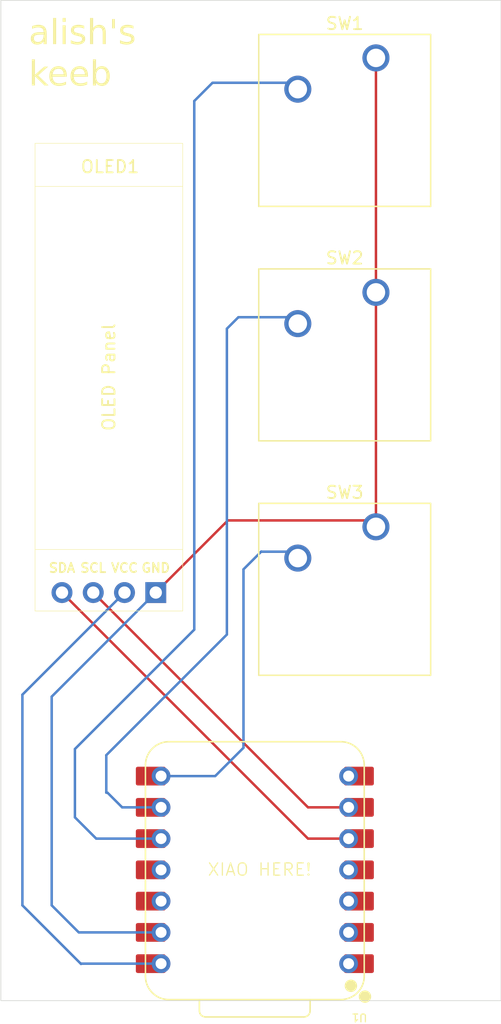
<source format=kicad_pcb>
(kicad_pcb (version 20241229) (generator "pcbnew") (generator_version "9.0")
  (layers (0 "F.Cu" signal) (2 "B.Cu" signal) (13 "F.Paste" user) (15 "B.Paste" user) (5 "F.SilkS" user "F.Silkscreen") (7 "B.SilkS" user "B.Silkscreen") (1 "F.Mask" user) (3 "B.Mask" user) (25 "Edge.Cuts" user))
  (net 0 "")
  (net 1 "+5V")
  (net 2 "Net-(OLED1-SCL)")
  (net 3 "Net-(OLED1-SDA)")
  (net 4 "GND")
  (net 5 "Net-(U1-GPIO1{slash}RX)")
  (net 6 "Net-(U1-GPIO2{slash}SCK)")
  (net 7 "Net-(U1-GPIO4{slash}MISO)")
  (footprint "Button_Switch_Keyboard:SW_Cherry_MX_1.00u_PCB" (layer "F.Cu") (at 45.72 19.92)
    (property "Reference" "SW1" (at -2.54 -2.794 0) (layer "F.SilkS"))
    (property "Value" "SW_Push")
    (fp_line (start -9.525 -1.905) (end 4.445 -1.905) (stroke (width 0.12)) (layer "F.SilkS"))
    (fp_line (start -9.525 12.065) (end -9.525 -1.905) (stroke (width 0.12)) (layer "F.SilkS"))
    (fp_line (start 4.445 -1.905) (end 4.445 12.065) (stroke (width 0.12)) (layer "F.SilkS"))
    (fp_line (start 4.445 12.065) (end -9.525 12.065) (stroke (width 0.12)) (layer "F.SilkS"))
    (pad "" np_thru_hole circle (at -7.62 5.08) (size 1.7 1.7) (drill 1.7) (layers "*.Cu" "*.Mask"))
    (pad "" np_thru_hole circle (at -2.54 5.08) (size 4 4) (drill 4) (layers "*.Cu" "*.Mask"))
    (pad "" np_thru_hole circle (at 2.54 5.08) (size 1.7 1.7) (drill 1.7) (layers "*.Cu" "*.Mask"))
    (pad "1" thru_hole circle (at 0 0) (size 2.2 2.2) (drill 1.5) (layers "*.Cu" "*.Mask") (net 4 "GND"))
    (pad "2" thru_hole circle (at -6.35 2.54) (size 2.2 2.2) (drill 1.5) (layers "*.Cu" "*.Mask") (net 7 "Net-(U1-GPIO4{slash}MISO)"))
  )
  (footprint "OLED Lib:SSD1306-0.91-OLED-4pin-128x32" (layer "F.Cu") (at 30.015 26.86125 -90)
    (property "Reference" "OLED1" (at 1.9 5.91 0) (layer "F.SilkS"))
    (property "Value" "OLED")
    (fp_line (start 0 12) (end 38 12) (stroke (width 0.04)) (layer "F.SilkS"))
    (fp_line (start 38 12) (end 38 0) (stroke (width 0.04)) (layer "F.SilkS"))
    (fp_line (start 0 0) (end 0 12) (stroke (width 0.04)) (layer "F.SilkS"))
    (fp_line (start 3.5 0) (end 3.5 12) (stroke (width 0.04)) (layer "F.SilkS"))
    (fp_line (start 33 0) (end 33 12) (stroke (width 0.04)) (layer "F.SilkS"))
    (fp_line (start 38 0) (end 0 0) (stroke (width 0.04)) (layer "F.SilkS"))
    (fp_text user "VCC" (at 34.5 4.73 0) (layer "F.SilkS") (effects (font (size 0.75 0.75))))
    (fp_text user "GND" (at 34.5 2.19 0) (layer "F.SilkS") (effects (font (size 0.75 0.75))))
    (fp_text user "SDA" (at 34.5 9.81 0) (layer "F.SilkS") (effects (font (size 0.75 0.75))))
    (fp_text user "OLED Panel" (at 19 6 90) (layer "F.SilkS"))
    (fp_text user "SCL" (at 34.5 7.27 0) (layer "F.SilkS") (effects (font (size 0.75 0.75))))
    (pad "1" thru_hole rect (at 36.5 2.19 270) (size 1.7 1.7) (drill 1) (layers "*.Cu" "*.Mask") (net 4 "GND"))
    (pad "2" thru_hole oval (at 36.5 4.73 270) (size 1.7 1.7) (drill 1) (layers "*.Cu" "*.Mask") (net 1 "+5V"))
    (pad "3" thru_hole oval (at 36.5 7.27 270) (size 1.7 1.7) (drill 1) (layers "*.Cu" "*.Mask") (net 2 "Net-(OLED1-SCL)"))
    (pad "4" thru_hole oval (at 36.5 9.81 270) (size 1.7 1.7) (drill 1) (layers "*.Cu" "*.Mask") (net 3 "Net-(OLED1-SDA)"))
  )
  (footprint "Button_Switch_Keyboard:SW_Cherry_MX_1.00u_PCB" (layer "F.Cu") (at 45.72 58.02)
    (property "Reference" "SW3" (at -2.54 -2.794 0) (layer "F.SilkS"))
    (property "Value" "SW_Push")
    (fp_line (start -9.525 -1.905) (end 4.445 -1.905) (stroke (width 0.12)) (layer "F.SilkS"))
    (fp_line (start -9.525 12.065) (end -9.525 -1.905) (stroke (width 0.12)) (layer "F.SilkS"))
    (fp_line (start 4.445 -1.905) (end 4.445 12.065) (stroke (width 0.12)) (layer "F.SilkS"))
    (fp_line (start 4.445 12.065) (end -9.525 12.065) (stroke (width 0.12)) (layer "F.SilkS"))
    (pad "" np_thru_hole circle (at -7.62 5.08) (size 1.7 1.7) (drill 1.7) (layers "*.Cu" "*.Mask"))
    (pad "" np_thru_hole circle (at -2.54 5.08) (size 4 4) (drill 4) (layers "*.Cu" "*.Mask"))
    (pad "" np_thru_hole circle (at 2.54 5.08) (size 1.7 1.7) (drill 1.7) (layers "*.Cu" "*.Mask"))
    (pad "1" thru_hole circle (at 0 0) (size 2.2 2.2) (drill 1.5) (layers "*.Cu" "*.Mask") (net 4 "GND"))
    (pad "2" thru_hole circle (at -6.35 2.54) (size 2.2 2.2) (drill 1.5) (layers "*.Cu" "*.Mask") (net 5 "Net-(U1-GPIO1{slash}RX)"))
  )
  (footprint "Button_Switch_Keyboard:SW_Cherry_MX_1.00u_PCB" (layer "F.Cu") (at 45.72 38.97)
    (property "Reference" "SW2" (at -2.54 -2.794 0) (layer "F.SilkS"))
    (property "Value" "SW_Push")
    (fp_line (start -9.525 -1.905) (end 4.445 -1.905) (stroke (width 0.12)) (layer "F.SilkS"))
    (fp_line (start -9.525 12.065) (end -9.525 -1.905) (stroke (width 0.12)) (layer "F.SilkS"))
    (fp_line (start 4.445 -1.905) (end 4.445 12.065) (stroke (width 0.12)) (layer "F.SilkS"))
    (fp_line (start 4.445 12.065) (end -9.525 12.065) (stroke (width 0.12)) (layer "F.SilkS"))
    (pad "" np_thru_hole circle (at -7.62 5.08) (size 1.7 1.7) (drill 1.7) (layers "*.Cu" "*.Mask"))
    (pad "" np_thru_hole circle (at -2.54 5.08) (size 4 4) (drill 4) (layers "*.Cu" "*.Mask"))
    (pad "" np_thru_hole circle (at 2.54 5.08) (size 1.7 1.7) (drill 1.7) (layers "*.Cu" "*.Mask"))
    (pad "1" thru_hole circle (at 0 0) (size 2.2 2.2) (drill 1.5) (layers "*.Cu" "*.Mask") (net 4 "GND"))
    (pad "2" thru_hole circle (at -6.35 2.54) (size 2.2 2.2) (drill 1.5) (layers "*.Cu" "*.Mask") (net 6 "Net-(U1-GPIO2{slash}SCK)"))
  )
  (footprint "OPL Lib:XIAO-RP2040-DIP" (layer "F.Cu") (at 35.8775 85.89375 180)
    (property "Reference" "U1" (at -8.5 -12 180) (layer "F.SilkS") (effects (font (size 0.635 0.635) (thickness 0.1016))))
    (property "Value" "XIAO-RP2040-DIP")
    (fp_line (start 8.89 8.509) (end 8.89 -8.636) (stroke (width 0.127)) (layer "F.SilkS"))
    (fp_line (start 6.985 -10.541) (end -6.985 -10.541) (stroke (width 0.1)) (layer "F.SilkS"))
    (fp_line (start 6.985 -10.541) (end -6.985 -10.541) (stroke (width 0.127)) (layer "F.SilkS"))
    (fp_line (start 4.504 -11.451) (end 4.504 -10.541) (stroke (width 0.127)) (layer "F.SilkS"))
    (fp_line (start -3.991272 -11.951) (end 4.004 -11.951) (stroke (width 0.127)) (layer "F.SilkS"))
    (fp_line (start -4.495 -10.541) (end -4.491272 -11.451272) (stroke (width 0.127)) (layer "F.SilkS"))
    (fp_line (start -6.985 10.414) (end 6.985 10.414) (stroke (width 0.127)) (layer "F.SilkS"))
    (fp_line (start -8.89 8.509) (end -8.89 -8.636) (stroke (width 0.127)) (layer "F.SilkS"))
    (fp_arc (start 8.89 8.509) (mid 8.332038 9.856038) (end 6.985 10.414) (stroke (width 0.127)) (layer "F.SilkS"))
    (fp_arc (start 6.985 -10.541) (mid 8.332038 -9.983038) (end 8.89 -8.636) (stroke (width 0.127)) (layer "F.SilkS"))
    (fp_arc (start 4.004 -11.951) (mid 4.357553 -11.804553) (end 4.504 -11.451) (stroke (width 0.127)) (layer "F.SilkS"))
    (fp_arc (start -4.491272 -11.451272) (mid -4.344728 -11.80464) (end -3.991272 -11.951) (stroke (width 0.127)) (layer "F.SilkS"))
    (fp_arc (start -6.985 10.414) (mid -8.332038 9.856038) (end -8.89 8.509) (stroke (width 0.127)) (layer "F.SilkS"))
    (fp_arc (start -8.89 -8.636) (mid -8.332038 -9.983038) (end -6.985 -10.541) (stroke (width 0.127)) (layer "F.SilkS"))
    (fp_circle (center -7.807 -9.42) (end -7.807 -9.674) (stroke (width 0.5)) (fill yes) (layer "F.SilkS"))
    (fp_circle (center -8.95 -10.3) (end -8.95 -10.554) (stroke (width 0.5)) (fill yes) (layer "F.SilkS"))
    (pad "1" smd roundrect (at -8.455 -7.62) (size 2.432 1.524) (layers "F.Cu" "F.Mask") (roundrect_rratio 0.1))
    (pad "1" thru_hole circle (at -7.62 -7.62) (size 1.524 1.524) (drill 0.889) (layers "*.Cu" "*.Mask"))
    (pad "2" smd roundrect (at -8.455 -5.08) (size 2.432 1.524) (layers "F.Cu" "F.Mask") (roundrect_rratio 0.1))
    (pad "2" thru_hole circle (at -7.62 -5.08) (size 1.524 1.524) (drill 0.889) (layers "*.Cu" "*.Mask"))
    (pad "3" smd roundrect (at -8.455 -2.54) (size 2.432 1.524) (layers "F.Cu" "F.Mask") (roundrect_rratio 0.1))
    (pad "3" thru_hole circle (at -7.62 -2.54) (size 1.524 1.524) (drill 0.889) (layers "*.Cu" "*.Mask"))
    (pad "4" smd roundrect (at -8.455 0) (size 2.432 1.524) (layers "F.Cu" "F.Mask") (roundrect_rratio 0.1))
    (pad "4" thru_hole circle (at -7.62 0) (size 1.524 1.524) (drill 0.889) (layers "*.Cu" "*.Mask"))
    (pad "5" smd roundrect (at -8.455 2.54) (size 2.432 1.524) (layers "F.Cu" "F.Mask") (roundrect_rratio 0.1) (net 3 "Net-(OLED1-SDA)"))
    (pad "5" thru_hole circle (at -7.62 2.54) (size 1.524 1.524) (drill 0.889) (layers "*.Cu" "*.Mask") (net 3 "Net-(OLED1-SDA)"))
    (pad "6" smd roundrect (at -8.455 5.08) (size 2.432 1.524) (layers "F.Cu" "F.Mask") (roundrect_rratio 0.1) (net 2 "Net-(OLED1-SCL)"))
    (pad "6" thru_hole circle (at -7.62 5.08) (size 1.524 1.524) (drill 0.889) (layers "*.Cu" "*.Mask") (net 2 "Net-(OLED1-SCL)"))
    (pad "7" smd roundrect (at -8.455 7.62) (size 2.432 1.524) (layers "F.Cu" "F.Mask") (roundrect_rratio 0.1))
    (pad "7" thru_hole circle (at -7.62 7.62) (size 1.524 1.524) (drill 0.889) (layers "*.Cu" "*.Mask"))
    (pad "8" thru_hole circle (at 7.62 7.62 180) (size 1.524 1.524) (drill 0.889) (layers "*.Cu" "*.Mask") (net 5 "Net-(U1-GPIO1{slash}RX)"))
    (pad "8" smd roundrect (at 8.455 7.62 180) (size 2.432 1.524) (layers "F.Cu" "F.Mask") (roundrect_rratio 0.1) (net 5 "Net-(U1-GPIO1{slash}RX)"))
    (pad "9" thru_hole circle (at 7.62 5.08 180) (size 1.524 1.524) (drill 0.889) (layers "*.Cu" "*.Mask") (net 6 "Net-(U1-GPIO2{slash}SCK)"))
    (pad "9" smd roundrect (at 8.455 5.08 180) (size 2.432 1.524) (layers "F.Cu" "F.Mask") (roundrect_rratio 0.1) (net 6 "Net-(U1-GPIO2{slash}SCK)"))
    (pad "10" thru_hole circle (at 7.62 2.54 180) (size 1.524 1.524) (drill 0.889) (layers "*.Cu" "*.Mask") (net 7 "Net-(U1-GPIO4{slash}MISO)"))
    (pad "10" smd roundrect (at 8.455 2.54 180) (size 2.432 1.524) (layers "F.Cu" "F.Mask") (roundrect_rratio 0.1) (net 7 "Net-(U1-GPIO4{slash}MISO)"))
    (pad "11" thru_hole circle (at 7.62 0 180) (size 1.524 1.524) (drill 0.889) (layers "*.Cu" "*.Mask"))
    (pad "11" smd roundrect (at 8.455 0 180) (size 2.432 1.524) (layers "F.Cu" "F.Mask") (roundrect_rratio 0.1))
    (pad "12" thru_hole circle (at 7.62 -2.54 180) (size 1.524 1.524) (drill 0.889) (layers "*.Cu" "*.Mask"))
    (pad "12" smd roundrect (at 8.455 -2.54 180) (size 2.432 1.524) (layers "F.Cu" "F.Mask") (roundrect_rratio 0.1))
    (pad "13" thru_hole circle (at 7.62 -5.08 180) (size 1.524 1.524) (drill 0.889) (layers "*.Cu" "*.Mask") (net 4 "GND"))
    (pad "13" smd roundrect (at 8.455 -5.08 180) (size 2.432 1.524) (layers "F.Cu" "F.Mask") (roundrect_rratio 0.1) (net 4 "GND"))
    (pad "14" thru_hole circle (at 7.62 -7.62 180) (size 1.524 1.524) (drill 0.889) (layers "*.Cu" "*.Mask") (net 1 "+5V"))
    (pad "14" smd roundrect (at 8.455 -7.62 180) (size 2.432 1.524) (layers "F.Cu" "F.Mask") (roundrect_rratio 0.1) (net 1 "+5V"))
  )
  (gr_rect (start 15.24 15.24) (end 55.88 96.52) (stroke (width 0.05)) (fill no) (layer "Edge.Cuts"))
  (gr_text "alish's\nkeeb" (at 17.5 22.5 0) (layer "F.SilkS") (effects (font (size 2 2) (thickness 0.1)) (justify left bottom)))
  (gr_text "XIAO HERE!" (at 31.9825 86.45125 0) (layer "F.SilkS") (effects (font (size 1 1) (thickness 0.1)) (justify left bottom)))
  (segment (start 25.1575 63.36125) (end 25.115 63.40375) (width 0.2) (layer "F.Cu") (net 1))
  (segment (start 25.285 63.36125) (end 25.1575 63.36125) (width 0.2) (layer "F.Cu") (net 1))
  (segment (start 16.98625 88.77375) (end 21.74875 93.53625) (width 0.2) (layer "B.Cu") (net 1))
  (segment (start 25.285 63.36125) (end 16.98625 71.66) (width 0.2) (layer "B.Cu") (net 1))
  (segment (start 21.74875 93.53625) (end 21.77125 93.51375) (width 0.2) (layer "B.Cu") (net 1))
  (segment (start 16.98625 71.66) (end 16.98625 88.77375) (width 0.2) (layer "B.Cu") (net 1))
  (segment (start 21.77125 93.51375) (end 28.2575 93.51375) (width 0.2) (layer "B.Cu") (net 1))
  (segment (start 22.745 63.36125) (end 40.1975 80.81375) (width 0.2) (layer "F.Cu") (net 2))
  (segment (start 40.1975 80.81375) (end 43.4975 80.81375) (width 0.2) (layer "F.Cu") (net 2))
  (segment (start 20.205 63.36125) (end 40.1975 83.35375) (width 0.2) (layer "F.Cu") (net 3))
  (segment (start 40.1975 83.35375) (end 44.3325 83.35375) (width 0.2) (layer "F.Cu") (net 3))
  (segment (start 45.72 38.45) (end 45.72 57.5) (width 0.2) (layer "F.Cu") (net 4))
  (segment (start 45.68125 19.4) (end 45.72 19.43875) (width 0.2) (layer "F.Cu") (net 4))
  (segment (start 45.72 19.43875) (end 45.72 38.45) (width 0.2) (layer "F.Cu") (net 4))
  (segment (start 33.68625 57.5) (end 27.825 63.36125) (width 0.2) (layer "F.Cu") (net 4))
  (segment (start 45.72 19.4) (end 45.68125 19.4) (width 0.2) (layer "F.Cu") (net 4))
  (segment (start 45.72 57.5) (end 33.68625 57.5) (width 0.2) (layer "F.Cu") (net 4))
  (segment (start 45.72 19.4) (end 45.71875 19.4) (width 0.2) (layer "B.Cu") (net 4))
  (segment (start 21.5675 90.97375) (end 28.2575 90.97375) (width 0.2) (layer "B.Cu") (net 4))
  (segment (start 19.3675 88.77375) (end 21.5675 90.97375) (width 0.2) (layer "B.Cu") (net 4))
  (segment (start 19.3675 71.81875) (end 19.3675 88.77375) (width 0.2) (layer "B.Cu") (net 4))
  (segment (start 45.615 19.50375) (end 45.72 19.60875) (width 0.2) (layer "B.Cu") (net 4))
  (segment (start 27.825 63.36125) (end 19.3675 71.81875) (width 0.2) (layer "B.Cu") (net 4))
  (segment (start 45.71875 19.4) (end 45.615 19.50375) (width 0.2) (layer "B.Cu") (net 4))
  (segment (start 28.2125 78.22875) (end 28.2575 78.27375) (width 0.2) (layer "F.Cu") (net 5))
  (segment (start 39.37 60.04) (end 39.34625 60.06375) (width 0.2) (layer "F.Cu") (net 5))
  (segment (start 36.405 60.02375) (end 34.955 61.47375) (width 0.2) (layer "B.Cu") (net 5))
  (segment (start 39.37 60.04) (end 36.42125 60.04) (width 0.2) (layer "B.Cu") (net 5))
  (segment (start 36.42125 60.04) (end 36.405 60.02375) (width 0.2) (layer "B.Cu") (net 5))
  (segment (start 34.955 61.47375) (end 34.955 75.97375) (width 0.2) (layer "B.Cu") (net 5))
  (segment (start 34.955 75.97375) (end 32.655 78.27375) (width 0.2) (layer "B.Cu") (net 5))
  (segment (start 32.655 78.27375) (end 28.2575 78.27375) (width 0.2) (layer "B.Cu") (net 5))
  (segment (start 27.4225 80.81375) (end 28.2575 80.81375) (width 0.2) (layer "F.Cu") (net 6))
  (segment (start 26.525 80.81375) (end 27.4225 80.81375) (width 0.2) (layer "F.Cu") (net 6))
  (segment (start 23.805 79.62375) (end 23.805 76.57375) (width 0.2) (layer "B.Cu") (net 6))
  (segment (start 33.605 66.77375) (end 33.605 41.92375) (width 0.2) (layer "B.Cu") (net 6))
  (segment (start 33.605 41.92375) (end 34.53875 40.99) (width 0.2) (layer "B.Cu") (net 6))
  (segment (start 34.53875 40.99) (end 39.37 40.99) (width 0.2) (layer "B.Cu") (net 6))
  (segment (start 25.095 80.81375) (end 23.905 79.62375) (width 0.2) (layer "B.Cu") (net 6))
  (segment (start 28.2575 80.81375) (end 25.095 80.81375) (width 0.2) (layer "B.Cu") (net 6))
  (segment (start 23.805 76.57375) (end 33.605 66.77375) (width 0.2) (layer "B.Cu") (net 6))
  (segment (start 23.905 79.62375) (end 23.805 79.62375) (width 0.2) (layer "B.Cu") (net 6))
  (segment (start 39.37 21.70875) (end 39.365 21.70375) (width 0.2) (layer "F.Cu") (net 7))
  (segment (start 39.37 21.94) (end 39.37 21.88875) (width 0.2) (layer "F.Cu") (net 7))
  (segment (start 39.37 21.88875) (end 39.345 21.86375) (width 0.2) (layer "F.Cu") (net 7))
  (segment (start 39.37 21.94) (end 39.37 21.70875) (width 0.2) (layer "F.Cu") (net 7))
  (segment (start 22.985 83.35375) (end 28.2575 83.35375) (width 0.2) (layer "B.Cu") (net 7))
  (segment (start 32.43875 21.94) (end 30.955 23.42375) (width 0.2) (layer "B.Cu") (net 7))
  (segment (start 21.255 81.62375) (end 22.985 83.35375) (width 0.2) (layer "B.Cu") (net 7))
  (segment (start 30.955 66.37375) (end 21.255 76.07375) (width 0.2) (layer "B.Cu") (net 7))
  (segment (start 21.255 76.07375) (end 21.255 81.62375) (width 0.2) (layer "B.Cu") (net 7))
  (segment (start 30.955 23.42375) (end 30.955 66.37375) (width 0.2) (layer "B.Cu") (net 7))
  (segment (start 39.37 21.94) (end 32.43875 21.94) (width 0.2) (layer "B.Cu") (net 7))
)
</source>
